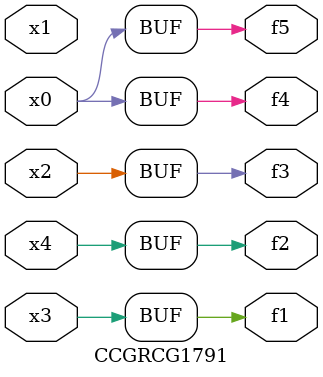
<source format=v>
module CCGRCG1791(
	input x0, x1, x2, x3, x4,
	output f1, f2, f3, f4, f5
);
	assign f1 = x3;
	assign f2 = x4;
	assign f3 = x2;
	assign f4 = x0;
	assign f5 = x0;
endmodule

</source>
